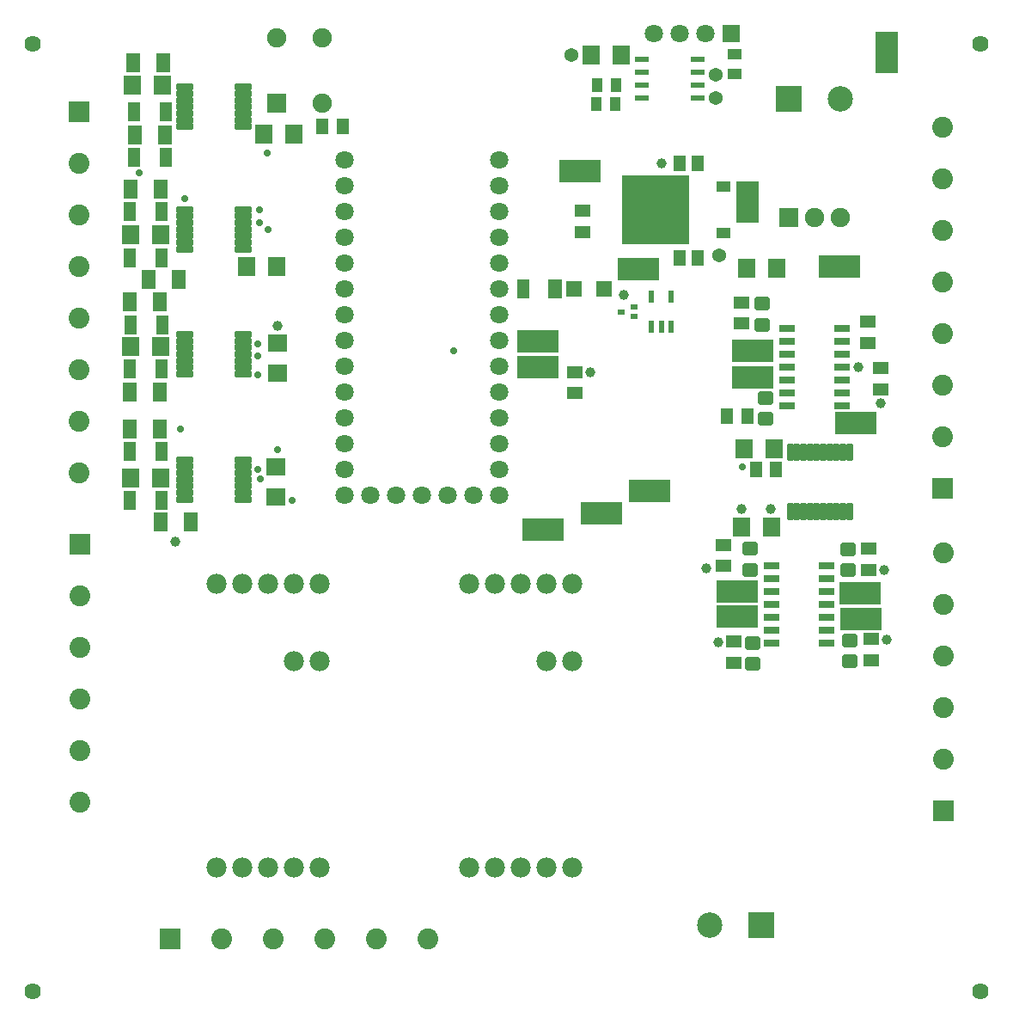
<source format=gts>
G04*
G04 #@! TF.GenerationSoftware,Altium Limited,Altium Designer,20.1.14 (287)*
G04*
G04 Layer_Color=8388736*
%FSLAX25Y25*%
%MOIN*%
G70*
G04*
G04 #@! TF.SameCoordinates,7A970C34-DB54-4F81-A8C4-4C09E61C51C5*
G04*
G04*
G04 #@! TF.FilePolarity,Negative*
G04*
G01*
G75*
%ADD20R,0.08661X0.16142*%
%ADD21R,0.04921X0.06102*%
%ADD22R,0.25994X0.26894*%
%ADD23R,0.06653X0.07559*%
%ADD24R,0.05750X0.02100*%
%ADD25R,0.05906X0.06299*%
%ADD26R,0.05984X0.05118*%
G04:AMPARAMS|DCode=27|XSize=27.56mil|YSize=61.02mil|CornerRadius=3.98mil|HoleSize=0mil|Usage=FLASHONLY|Rotation=90.000|XOffset=0mil|YOffset=0mil|HoleType=Round|Shape=RoundedRectangle|*
%AMROUNDEDRECTD27*
21,1,0.02756,0.05307,0,0,90.0*
21,1,0.01961,0.06102,0,0,90.0*
1,1,0.00795,0.02653,0.00980*
1,1,0.00795,0.02653,-0.00980*
1,1,0.00795,-0.02653,-0.00980*
1,1,0.00795,-0.02653,0.00980*
%
%ADD27ROUNDEDRECTD27*%
%ADD28R,0.05118X0.06221*%
G04:AMPARAMS|DCode=29|XSize=69.29mil|YSize=26.38mil|CornerRadius=7.14mil|HoleSize=0mil|Usage=FLASHONLY|Rotation=270.000|XOffset=0mil|YOffset=0mil|HoleType=Round|Shape=RoundedRectangle|*
%AMROUNDEDRECTD29*
21,1,0.06929,0.01211,0,0,270.0*
21,1,0.05502,0.02638,0,0,270.0*
1,1,0.01427,-0.00605,-0.02751*
1,1,0.01427,-0.00605,0.02751*
1,1,0.01427,0.00605,0.02751*
1,1,0.01427,0.00605,-0.02751*
%
%ADD29ROUNDEDRECTD29*%
%ADD30R,0.05118X0.05984*%
%ADD31R,0.02000X0.04650*%
%ADD32R,0.02756X0.01968*%
%ADD33R,0.07559X0.06653*%
G04:AMPARAMS|DCode=34|XSize=68.5mil|YSize=26.38mil|CornerRadius=5.93mil|HoleSize=0mil|Usage=FLASHONLY|Rotation=0.000|XOffset=0mil|YOffset=0mil|HoleType=Round|Shape=RoundedRectangle|*
%AMROUNDEDRECTD34*
21,1,0.06850,0.01453,0,0,0.0*
21,1,0.05665,0.02638,0,0,0.0*
1,1,0.01185,0.02833,-0.00726*
1,1,0.01185,-0.02833,-0.00726*
1,1,0.01185,-0.02833,0.00726*
1,1,0.01185,0.02833,0.00726*
%
%ADD34ROUNDEDRECTD34*%
%ADD35R,0.05433X0.07362*%
%ADD36R,0.05827X0.04488*%
%ADD37R,0.16142X0.08661*%
%ADD38R,0.05194X0.03894*%
%ADD39R,0.04213X0.05827*%
G04:AMPARAMS|DCode=40|XSize=51.18mil|YSize=59.84mil|CornerRadius=7.87mil|HoleSize=0mil|Usage=FLASHONLY|Rotation=90.000|XOffset=0mil|YOffset=0mil|HoleType=Round|Shape=RoundedRectangle|*
%AMROUNDEDRECTD40*
21,1,0.05118,0.04409,0,0,90.0*
21,1,0.03543,0.05984,0,0,90.0*
1,1,0.01575,0.02205,0.01772*
1,1,0.01575,0.02205,-0.01772*
1,1,0.01575,-0.02205,-0.01772*
1,1,0.01575,-0.02205,0.01772*
%
%ADD40ROUNDEDRECTD40*%
%ADD41R,0.04842X0.07362*%
%ADD42R,0.05630X0.07362*%
%ADD43R,0.05158X0.07362*%
%ADD44C,0.07087*%
%ADD45R,0.06772X0.06772*%
%ADD46R,0.08071X0.08071*%
%ADD47C,0.08071*%
%ADD48R,0.09843X0.09843*%
%ADD49C,0.09843*%
%ADD50C,0.07480*%
%ADD51C,0.07794*%
%ADD52R,0.07480X0.07480*%
%ADD53R,0.07480X0.07480*%
%ADD54R,0.08071X0.08071*%
%ADD55C,0.06394*%
%ADD56C,0.02756*%
%ADD57C,0.03937*%
%ADD58C,0.05394*%
D20*
X344342Y377000D02*
D03*
X290342Y319000D02*
D03*
D21*
X263799Y334000D02*
D03*
Y297500D02*
D03*
X270886Y334000D02*
D03*
Y297500D02*
D03*
D22*
X254743Y316000D02*
D03*
D23*
X301693Y293500D02*
D03*
X241193Y376000D02*
D03*
X114193Y345500D02*
D03*
X107693Y294000D02*
D03*
X288992Y223500D02*
D03*
X287992Y193000D02*
D03*
X229492Y376000D02*
D03*
X299693Y193000D02*
D03*
X102492Y345500D02*
D03*
X95992Y294000D02*
D03*
X300693Y223500D02*
D03*
X63193Y364500D02*
D03*
X51492D02*
D03*
X50992Y263000D02*
D03*
X62693D02*
D03*
X289992Y293500D02*
D03*
X50992Y306500D02*
D03*
X62693D02*
D03*
X50992Y212000D02*
D03*
X62693D02*
D03*
D24*
X249393Y374500D02*
D03*
Y369500D02*
D03*
Y364500D02*
D03*
Y359500D02*
D03*
X270843D02*
D03*
Y364500D02*
D03*
Y369500D02*
D03*
Y374500D02*
D03*
D25*
X234748Y285500D02*
D03*
X222937D02*
D03*
D26*
X341843Y246425D02*
D03*
X337343Y176425D02*
D03*
X338342Y149575D02*
D03*
X287842Y280075D02*
D03*
X280842Y177925D02*
D03*
X284842Y148575D02*
D03*
X226343Y315575D02*
D03*
X223342Y253075D02*
D03*
Y244925D02*
D03*
X280842Y186075D02*
D03*
X284842Y140425D02*
D03*
X287842Y271925D02*
D03*
X338342Y141425D02*
D03*
X337343Y184575D02*
D03*
X341843Y254575D02*
D03*
X336842Y272575D02*
D03*
Y264425D02*
D03*
X226343Y307425D02*
D03*
D27*
X327071Y255000D02*
D03*
X321071Y163000D02*
D03*
Y148000D02*
D03*
Y153000D02*
D03*
Y158000D02*
D03*
Y168000D02*
D03*
Y173000D02*
D03*
Y178000D02*
D03*
X299614Y148000D02*
D03*
Y153000D02*
D03*
Y158000D02*
D03*
Y163000D02*
D03*
Y168000D02*
D03*
Y173000D02*
D03*
Y178000D02*
D03*
X305614Y270000D02*
D03*
Y265000D02*
D03*
Y260000D02*
D03*
Y255000D02*
D03*
Y250000D02*
D03*
Y245000D02*
D03*
Y240000D02*
D03*
X327071Y270000D02*
D03*
Y265000D02*
D03*
Y260000D02*
D03*
Y250000D02*
D03*
Y245000D02*
D03*
Y240000D02*
D03*
D28*
X293551Y215500D02*
D03*
X301134D02*
D03*
D29*
X327299Y199142D02*
D03*
X329858D02*
D03*
X306827D02*
D03*
X324740D02*
D03*
X322181D02*
D03*
X306827Y221858D02*
D03*
X319622Y199142D02*
D03*
X317063D02*
D03*
X314504D02*
D03*
X311945D02*
D03*
X309386D02*
D03*
Y221858D02*
D03*
X311945D02*
D03*
X314504D02*
D03*
X317063D02*
D03*
X319622D02*
D03*
X322181D02*
D03*
X324740D02*
D03*
X327299D02*
D03*
X329858D02*
D03*
D30*
X282268Y236000D02*
D03*
X133417Y348500D02*
D03*
X290417Y236000D02*
D03*
X125268Y348500D02*
D03*
D31*
X256842Y270725D02*
D03*
X253102Y282275D02*
D03*
X260583D02*
D03*
Y270725D02*
D03*
X253102D02*
D03*
D32*
X246382Y278469D02*
D03*
X241303Y276500D02*
D03*
X246382Y274532D02*
D03*
D33*
X107843Y264350D02*
D03*
X107343Y216350D02*
D03*
X107843Y252650D02*
D03*
X107343Y204650D02*
D03*
D34*
X72063Y363618D02*
D03*
X94622D02*
D03*
Y316177D02*
D03*
X72063D02*
D03*
X94622Y267677D02*
D03*
X72063D02*
D03*
Y219177D02*
D03*
X94622D02*
D03*
Y348264D02*
D03*
Y203823D02*
D03*
Y300823D02*
D03*
Y252323D02*
D03*
X72063Y353382D02*
D03*
Y305941D02*
D03*
Y257441D02*
D03*
Y208941D02*
D03*
X94622Y350823D02*
D03*
X72063Y348264D02*
D03*
Y361059D02*
D03*
Y358500D02*
D03*
Y355941D02*
D03*
Y350823D02*
D03*
X94622Y353382D02*
D03*
Y355941D02*
D03*
Y358500D02*
D03*
Y361059D02*
D03*
Y206382D02*
D03*
Y254882D02*
D03*
Y303382D02*
D03*
X72063Y203823D02*
D03*
Y252323D02*
D03*
Y300823D02*
D03*
Y265118D02*
D03*
Y262559D02*
D03*
Y260000D02*
D03*
Y254882D02*
D03*
X94622Y257441D02*
D03*
Y260000D02*
D03*
Y262559D02*
D03*
Y265118D02*
D03*
X72063Y313618D02*
D03*
Y311059D02*
D03*
Y308500D02*
D03*
Y303382D02*
D03*
X94622Y305941D02*
D03*
Y308500D02*
D03*
Y311059D02*
D03*
Y313618D02*
D03*
X72063Y216618D02*
D03*
Y214059D02*
D03*
Y211500D02*
D03*
Y206382D02*
D03*
X94622Y208941D02*
D03*
Y211500D02*
D03*
Y214059D02*
D03*
Y216618D02*
D03*
D35*
X63614Y373000D02*
D03*
X52457Y345000D02*
D03*
X50957Y324000D02*
D03*
X69728Y289000D02*
D03*
X62228Y280500D02*
D03*
Y231000D02*
D03*
Y245500D02*
D03*
X74228Y195000D02*
D03*
X57957Y289000D02*
D03*
X50457Y280500D02*
D03*
X51842Y373000D02*
D03*
X64228Y345000D02*
D03*
X50457Y245500D02*
D03*
X62728Y324000D02*
D03*
X50457Y231000D02*
D03*
X62457Y195000D02*
D03*
D36*
X285343Y376201D02*
D03*
Y368799D02*
D03*
D37*
X325842Y294000D02*
D03*
X225342Y331000D02*
D03*
X247843Y293000D02*
D03*
X252343Y207000D02*
D03*
X286343Y168000D02*
D03*
X292342Y251000D02*
D03*
Y261500D02*
D03*
X286343Y158500D02*
D03*
X333842Y167500D02*
D03*
X233660Y198500D02*
D03*
X332343Y233500D02*
D03*
X334343Y157500D02*
D03*
X208842Y265000D02*
D03*
Y255000D02*
D03*
X210842Y192000D02*
D03*
D38*
X280943Y324996D02*
D03*
Y307004D02*
D03*
D39*
X231842Y364500D02*
D03*
X231681Y357000D02*
D03*
X239165Y364500D02*
D03*
X239004Y357000D02*
D03*
D40*
X329842Y149075D02*
D03*
Y140925D02*
D03*
X329343Y176350D02*
D03*
Y184500D02*
D03*
X297342Y243075D02*
D03*
Y234925D02*
D03*
X292342Y148075D02*
D03*
Y139925D02*
D03*
X295843Y279575D02*
D03*
Y271425D02*
D03*
X291342Y176425D02*
D03*
Y184575D02*
D03*
D41*
X203177Y285500D02*
D03*
D42*
X215508D02*
D03*
D43*
X52142Y354000D02*
D03*
X64543D02*
D03*
X52142Y336500D02*
D03*
X64543D02*
D03*
X63244Y271500D02*
D03*
X50842D02*
D03*
X50642Y254500D02*
D03*
X63043D02*
D03*
X50642Y315500D02*
D03*
X63043D02*
D03*
X50642Y297500D02*
D03*
X63043D02*
D03*
Y222500D02*
D03*
X50642D02*
D03*
Y203500D02*
D03*
X63043D02*
D03*
D44*
X264000Y384500D02*
D03*
X254000D02*
D03*
X274000D02*
D03*
X133843Y225499D02*
D03*
X173843Y205500D02*
D03*
X183843D02*
D03*
X193842D02*
D03*
Y225500D02*
D03*
Y215500D02*
D03*
Y235500D02*
D03*
Y245500D02*
D03*
Y255500D02*
D03*
Y265500D02*
D03*
Y275500D02*
D03*
Y285500D02*
D03*
Y295500D02*
D03*
Y305500D02*
D03*
X133843Y305499D02*
D03*
Y245499D02*
D03*
Y205499D02*
D03*
Y215499D02*
D03*
Y265499D02*
D03*
Y255499D02*
D03*
Y295499D02*
D03*
Y285499D02*
D03*
Y325499D02*
D03*
X143842Y205500D02*
D03*
X133843Y235499D02*
D03*
Y275499D02*
D03*
Y315499D02*
D03*
X153842Y205500D02*
D03*
X193842Y315500D02*
D03*
Y335500D02*
D03*
X163842Y205500D02*
D03*
X193842Y325500D02*
D03*
X133843Y335499D02*
D03*
D45*
X284000Y384500D02*
D03*
D46*
X30843Y354000D02*
D03*
X366342Y83000D02*
D03*
X31343Y186500D02*
D03*
X365843Y208000D02*
D03*
D47*
X30843Y334000D02*
D03*
Y314000D02*
D03*
Y294000D02*
D03*
Y274000D02*
D03*
Y254000D02*
D03*
Y234000D02*
D03*
Y214000D02*
D03*
X365843Y348000D02*
D03*
Y308000D02*
D03*
Y268000D02*
D03*
Y228000D02*
D03*
X366342Y163000D02*
D03*
Y103000D02*
D03*
Y123000D02*
D03*
X166342Y33500D02*
D03*
X146343D02*
D03*
X31343Y86500D02*
D03*
Y106500D02*
D03*
Y166500D02*
D03*
Y146500D02*
D03*
Y126500D02*
D03*
X365843Y288000D02*
D03*
Y328000D02*
D03*
Y248000D02*
D03*
X86343Y33500D02*
D03*
X106342D02*
D03*
X126342D02*
D03*
X366342Y183000D02*
D03*
Y143000D02*
D03*
D48*
X295568Y38533D02*
D03*
X306343Y359000D02*
D03*
D49*
X275568Y38533D02*
D03*
X326343Y359000D02*
D03*
D50*
X316342Y313000D02*
D03*
X326343D02*
D03*
X125201Y382795D02*
D03*
X107484D02*
D03*
X125201Y357205D02*
D03*
D51*
X222342Y171000D02*
D03*
X124343Y61000D02*
D03*
Y171000D02*
D03*
X222342Y61000D02*
D03*
X192342Y171000D02*
D03*
X94342D02*
D03*
X182343D02*
D03*
X84342D02*
D03*
X222342Y141000D02*
D03*
X212343D02*
D03*
X182343Y61000D02*
D03*
X192342D02*
D03*
X202343D02*
D03*
X212343D02*
D03*
X202343Y171000D02*
D03*
X212343D02*
D03*
X124343Y141000D02*
D03*
X114342D02*
D03*
X84342Y61000D02*
D03*
X94342D02*
D03*
X104342D02*
D03*
X114342D02*
D03*
X104342Y171000D02*
D03*
X114342D02*
D03*
D52*
X107484Y357205D02*
D03*
D53*
X306343Y313000D02*
D03*
D54*
X66343Y33500D02*
D03*
D55*
X380709Y380500D02*
D03*
Y13000D02*
D03*
X12843D02*
D03*
Y380500D02*
D03*
D56*
X113662Y203319D02*
D03*
X103842Y338000D02*
D03*
X100842Y316000D02*
D03*
X104342Y308500D02*
D03*
X100842Y311000D02*
D03*
X100343Y264000D02*
D03*
X107843Y223000D02*
D03*
X100343Y215500D02*
D03*
X101274Y211622D02*
D03*
X100343Y259500D02*
D03*
Y252000D02*
D03*
X54444Y330199D02*
D03*
X71842Y320500D02*
D03*
X288342Y216500D02*
D03*
X70342Y231000D02*
D03*
X176342Y261500D02*
D03*
D57*
X287842Y200000D02*
D03*
X274342Y177000D02*
D03*
X242342Y283000D02*
D03*
X107843Y271000D02*
D03*
X256842Y334000D02*
D03*
X68343Y187500D02*
D03*
X278842Y148500D02*
D03*
X229343Y253000D02*
D03*
X333343Y255000D02*
D03*
X341843Y241000D02*
D03*
X344342Y149500D02*
D03*
X343342Y176500D02*
D03*
X299417Y199925D02*
D03*
D58*
X277842Y368500D02*
D03*
X279343Y298500D02*
D03*
X277842Y359500D02*
D03*
X221843Y376000D02*
D03*
M02*

</source>
